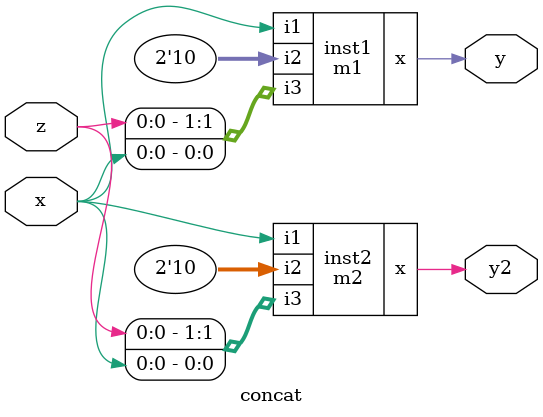
<source format=v>
module m1(
  input i1,
  input [1:0] i2,i3,
  output x);
  assign x=|i1 & ^i3;
endmodule

module m2(
  input signed i1,
  input signed [1:0] i2,i3,
  output signed x);
  assign x=|i1 & ^i3;
endmodule

(* tmrg_do_not_triplicate = "y" *)
module concat( x,y,z,y2);
  input x,z;
  output y;
  output signed y2; 
  m1 inst1(.i1(x), .i2({2'b10}), .i3({z,x}) , .x(y));
  m2 inst2(.i1(x), .i2({2'b10}), .i3({z,x}) , .x(y2));
endmodule   



</source>
